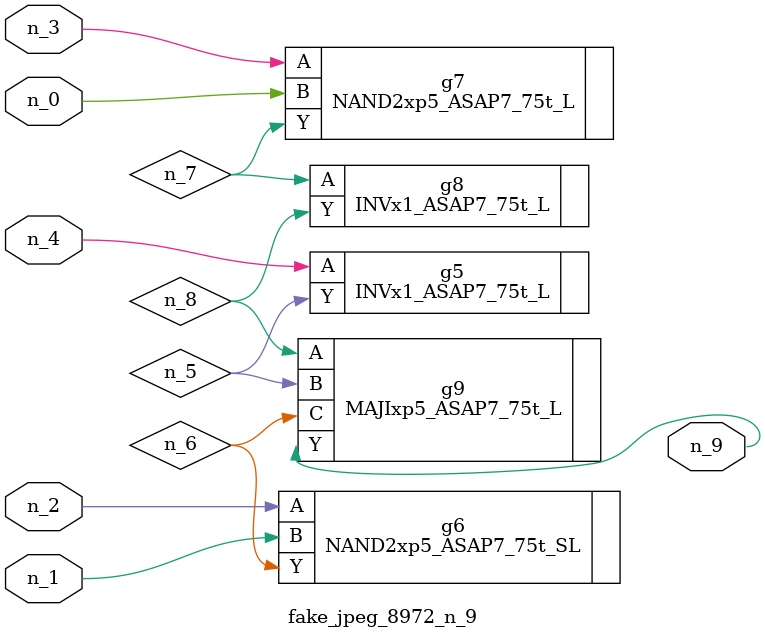
<source format=v>
module fake_jpeg_8972_n_9 (n_3, n_2, n_1, n_0, n_4, n_9);

input n_3;
input n_2;
input n_1;
input n_0;
input n_4;

output n_9;

wire n_8;
wire n_6;
wire n_5;
wire n_7;

INVx1_ASAP7_75t_L g5 ( 
.A(n_4),
.Y(n_5)
);

NAND2xp5_ASAP7_75t_SL g6 ( 
.A(n_2),
.B(n_1),
.Y(n_6)
);

NAND2xp5_ASAP7_75t_L g7 ( 
.A(n_3),
.B(n_0),
.Y(n_7)
);

INVx1_ASAP7_75t_L g8 ( 
.A(n_7),
.Y(n_8)
);

MAJIxp5_ASAP7_75t_L g9 ( 
.A(n_8),
.B(n_5),
.C(n_6),
.Y(n_9)
);


endmodule
</source>
